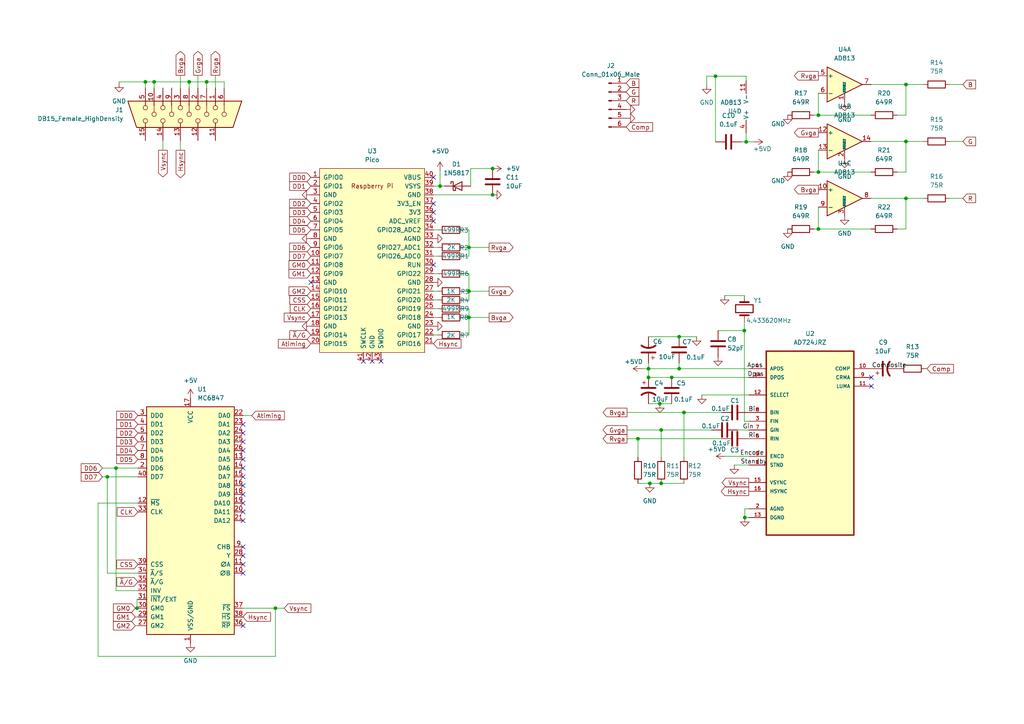
<source format=kicad_sch>
(kicad_sch (version 20211123) (generator eeschema)
  (paper "A4")
  (title_block (title "Dragon 32/64 VDG replacement using Raspberry Pi Pico") (date "2022-07-15") (rev "2") (company "Julian Brown") (comment 1 "Replaces MC6847 and associated modulator hardware") (comment 2 "Provides VGA, RGB and Composite video output"))
  (lib_symbols
    (symbol "6847P:MC6847" (pin_names (offset 1.016))
      (property "Reference" "U" (at -10.16 34.29 0))
      (property "Value" "MC6847" (at 12.7 34.29 0))
      (symbol "MC6847_0_1"
        (rectangle (start -12.7 -33.02) (end 12.7 33.02) (stroke (width 0.254)) (fill (type background)))
      )
      (symbol "MC6847_1_1"
        (pin power_in line (at 0 -35.56 90) (length 2.54) (name "VSS/GND") (number "1"))
        (pin output line (at 15.24 -15.24 180) (length 2.54) (name "∅B") (number "10"))
        (pin output line (at 15.24 -12.7 180) (length 2.54) (name "∅A") (number "11"))
        (pin input line (at -15.24 5.08 0) (length 2.54) (name "~{MS}") (number "12"))
        (pin output line (at 15.24 17.78 180) (length 2.54) (name "DA5") (number "13"))
        (pin output line (at 15.24 15.24 180) (length 2.54) (name "DA6") (number "14"))
        (pin output line (at 15.24 12.7 180) (length 2.54) (name "DA7") (number "15"))
        (pin output line (at 15.24 10.16 180) (length 2.54) (name "DA8") (number "16"))
        (pin power_in line (at 0 35.56 270) (length 2.54) (name "VCC") (number "17"))
        (pin output line (at 15.24 7.62 180) (length 2.54) (name "DA9") (number "18"))
        (pin output line (at 15.24 5.08 180) (length 2.54) (name "DA10") (number "19"))
        (pin bidirectional line (at -15.24 15.24 0) (length 2.54) (name "DD6") (number "2"))
        (pin output line (at 15.24 2.54 180) (length 2.54) (name "DA11") (number "20"))
        (pin output line (at 15.24 0 180) (length 2.54) (name "DA12") (number "21"))
        (pin output line (at 15.24 30.48 180) (length 2.54) (name "DA0") (number "22"))
        (pin output line (at 15.24 27.94 180) (length 2.54) (name "DA1") (number "23"))
        (pin output line (at 15.24 25.4 180) (length 2.54) (name "DA2") (number "24"))
        (pin output line (at 15.24 22.86 180) (length 2.54) (name "DA3") (number "25"))
        (pin output line (at 15.24 20.32 180) (length 2.54) (name "DA4") (number "26"))
        (pin input line (at -15.24 -30.48 0) (length 2.54) (name "GM2") (number "27"))
        (pin output line (at 15.24 -10.16 180) (length 2.54) (name "Y") (number "28"))
        (pin input line (at -15.24 -27.94 0) (length 2.54) (name "GM1") (number "29"))
        (pin bidirectional line (at -15.24 30.48 0) (length 2.54) (name "DD0") (number "3"))
        (pin input line (at -15.24 -25.4 0) (length 2.54) (name "GM0") (number "30"))
        (pin input line (at -15.24 -22.86 0) (length 2.54) (name "~{INT}/EXT") (number "31"))
        (pin input line (at -15.24 -20.32 0) (length 2.54) (name "INV") (number "32"))
        (pin input line (at -15.24 2.54 0) (length 2.54) (name "CLK") (number "33"))
        (pin input line (at -15.24 -15.24 0) (length 2.54) (name "~{A}/S") (number "34"))
        (pin input line (at -15.24 -17.78 0) (length 2.54) (name "~{A}/G") (number "35"))
        (pin output line (at 15.24 -30.48 180) (length 2.54) (name "~{RP}") (number "36"))
        (pin output line (at 15.24 -25.4 180) (length 2.54) (name "~{FS}") (number "37"))
        (pin output line (at 15.24 -27.94 180) (length 2.54) (name "~{HS}") (number "38"))
        (pin input line (at -15.24 -12.7 0) (length 2.54) (name "CSS") (number "39"))
        (pin bidirectional line (at -15.24 27.94 0) (length 2.54) (name "DD1") (number "4"))
        (pin bidirectional line (at -15.24 12.7 0) (length 2.54) (name "DD7") (number "40"))
        (pin bidirectional line (at -15.24 25.4 0) (length 2.54) (name "DD2") (number "5"))
        (pin bidirectional line (at -15.24 22.86 0) (length 2.54) (name "DD3") (number "6"))
        (pin bidirectional line (at -15.24 20.32 0) (length 2.54) (name "DD4") (number "7"))
        (pin bidirectional line (at -15.24 17.78 0) (length 2.54) (name "DD5") (number "8"))
        (pin output line (at 15.24 -7.62 180) (length 2.54) (name "CHB") (number "9"))
      )
    )
    (symbol "AD724JRZ:AD724JRZ" (pin_names (offset 1.016))
      (property "Reference" "U" (at -5.8166 25.4762 0))
      (property "Value" "AD724JRZ" (at -7.7724 -34.2138 0))
      (symbol "AD724JRZ_0_0"
        (rectangle (start -12.7 -30.48) (end 12.7 22.86) (stroke (width 0.4064)) (fill (type background)))
        (pin input line (at -17.78 -10.16 0) (length 5.08) (name "STND") (number "1"))
        (pin output line (at 17.78 17.78 180) (length 5.08) (name "COMP") (number "10"))
        (pin output line (at 17.78 12.7 180) (length 5.08) (name "LUMA") (number "11"))
        (pin input line (at -17.78 10.16 0) (length 5.08) (name "SELECT") (number "12"))
        (pin passive line (at -17.78 -25.4 0) (length 5.08) (name "DGND") (number "13"))
        (pin power_in line (at -17.78 15.24 0) (length 5.08) (name "DPOS") (number "14"))
        (pin input line (at -17.78 -15.24 0) (length 5.08) (name "VSYNC") (number "15"))
        (pin input line (at -17.78 -17.78 0) (length 5.08) (name "HSYNC") (number "16"))
        (pin passive line (at -17.78 -22.86 0) (length 5.08) (name "AGND") (number "2"))
        (pin input line (at -17.78 2.54 0) (length 5.08) (name "FIN") (number "3"))
        (pin power_in line (at -17.78 17.78 0) (length 5.08) (name "APOS") (number "4"))
        (pin input line (at -17.78 -7.62 0) (length 5.08) (name "ENCD") (number "5"))
        (pin input line (at -17.78 -2.54 0) (length 5.08) (name "RIN") (number "6"))
        (pin input line (at -17.78 0 0) (length 5.08) (name "GIN") (number "7"))
        (pin input line (at -17.78 5.08 0) (length 5.08) (name "BIN") (number "8"))
        (pin output line (at 17.78 15.24 180) (length 5.08) (name "CRMA") (number "9"))
      )
    )
    (symbol "Amplifier_Video:AD813" (pin_names (offset 0.127))
      (property "Reference" "U" (at 5.08 2.54 0))
      (property "Value" "AD813" (at 5.08 -2.54 0))
      (symbol "AD813_1_1"
        (polyline (pts (xy 5.08 0) (xy -5.08 5.08) (xy -5.08 -5.08) (xy 5.08 0)) (stroke (width 0.254)) (fill (type background)))
        (pin input line (at 0 -5.08 90) (length 2.54) (name "~{DISABLE}") (number "1"))
        (pin input line (at -7.62 2.54 0) (length 2.54) (name "+") (number "5"))
        (pin input line (at -7.62 -2.54 0) (length 2.54) (name "-") (number "6"))
        (pin output line (at 7.62 0 180) (length 2.54) (name "~") (number "7"))
      )
      (symbol "AD813_2_1"
        (polyline (pts (xy 5.08 0) (xy -5.08 5.08) (xy -5.08 -5.08) (xy 5.08 0)) (stroke (width 0.254)) (fill (type background)))
        (pin input line (at -7.62 2.54 0) (length 2.54) (name "+") (number "12"))
        (pin input line (at -7.62 -2.54 0) (length 2.54) (name "-") (number "13"))
        (pin output line (at 7.62 0 180) (length 2.54) (name "~") (number "14"))
        (pin input line (at 0 -5.08 90) (length 2.54) (name "~{DISABLE}") (number "2"))
      )
      (symbol "AD813_3_1"
        (polyline (pts (xy 5.08 0) (xy -5.08 5.08) (xy -5.08 -5.08) (xy 5.08 0)) (stroke (width 0.254)) (fill (type background)))
        (pin input line (at -7.62 2.54 0) (length 2.54) (name "+") (number "10"))
        (pin input line (at 0 -5.08 90) (length 2.54) (name "~{DISABLE}") (number "3"))
        (pin output line (at 7.62 0 180) (length 2.54) (name "~") (number "8"))
        (pin input line (at -7.62 -2.54 0) (length 2.54) (name "-") (number "9"))
      )
      (symbol "AD813_4_1"
        (pin power_in line (at -2.54 -7.62 90) (length 3.81) (name "V-") (number "11"))
        (pin power_in line (at -2.54 7.62 270) (length 3.81) (name "V+") (number "4"))
      )
    )
    (symbol "Connector:Conn_01x06_Male" (pin_names (offset 1.016) hide)
      (property "Reference" "J" (at 0 7.62 0))
      (property "Value" "Conn_01x06_Male" (at 0 -10.16 0))
      (symbol "Conn_01x06_Male_1_1"
        (polyline (pts (xy 1.27 -7.62) (xy 0.8636 -7.62)) (stroke (width 0.1524)))
        (polyline (pts (xy 1.27 -5.08) (xy 0.8636 -5.08)) (stroke (width 0.1524)))
        (polyline (pts (xy 1.27 -2.54) (xy 0.8636 -2.54)) (stroke (width 0.1524)))
        (polyline (pts (xy 1.27 0) (xy 0.8636 0)) (stroke (width 0.1524)))
        (polyline (pts (xy 1.27 2.54) (xy 0.8636 2.54)) (stroke (width 0.1524)))
        (polyline (pts (xy 1.27 5.08) (xy 0.8636 5.08)) (stroke (width 0.1524)))
        (rectangle (start 0.8636 -7.493) (end 0 -7.747) (stroke (width 0.1524)) (fill (type outline)))
        (rectangle (start 0.8636 -4.953) (end 0 -5.207) (stroke (width 0.1524)) (fill (type outline)))
        (rectangle (start 0.8636 -2.413) (end 0 -2.667) (stroke (width 0.1524)) (fill (type outline)))
        (rectangle (start 0.8636 0.127) (end 0 -0.127) (stroke (width 0.1524)) (fill (type outline)))
        (rectangle (start 0.8636 2.667) (end 0 2.413) (stroke (width 0.1524)) (fill (type outline)))
        (rectangle (start 0.8636 5.207) (end 0 4.953) (stroke (width 0.1524)) (fill (type outline)))
        (pin passive line (at 5.08 5.08 180) (length 3.81) (name "Pin_1") (number "1"))
        (pin passive line (at 5.08 2.54 180) (length 3.81) (name "Pin_2") (number "2"))
        (pin passive line (at 5.08 0 180) (length 3.81) (name "Pin_3") (number "3"))
        (pin passive line (at 5.08 -2.54 180) (length 3.81) (name "Pin_4") (number "4"))
        (pin passive line (at 5.08 -5.08 180) (length 3.81) (name "Pin_5") (number "5"))
        (pin passive line (at 5.08 -7.62 180) (length 3.81) (name "Pin_6") (number "6"))
      )
    )
    (symbol "Connector:DB15_Female_HighDensity" (pin_names (offset 1.016) hide)
      (property "Reference" "J" (at 0 21.59 0))
      (property "Value" "DB15_Female_HighDensity" (at 0 19.05 0))
      (symbol "DB15_Female_HighDensity_0_1"
        (circle (center -1.905 -10.16) (radius 0.635))
        (circle (center -1.905 -5.08) (radius 0.635))
        (circle (center -1.905 0) (radius 0.635))
        (circle (center -1.905 5.08) (radius 0.635))
        (circle (center -1.905 10.16) (radius 0.635))
        (circle (center 0 -7.62) (radius 0.635))
        (circle (center 0 -2.54) (radius 0.635))
        (polyline (pts (xy -3.175 7.62) (xy -0.635 7.62)))
        (polyline (pts (xy -0.635 -7.62) (xy -3.175 -7.62)))
        (polyline (pts (xy -0.635 -2.54) (xy -3.175 -2.54)))
        (polyline (pts (xy -0.635 2.54) (xy -3.175 2.54)))
        (polyline (pts (xy -0.635 12.7) (xy -3.175 12.7)))
        (polyline (pts (xy -3.81 17.78) (xy -3.81 -15.24) (xy 3.81 -12.7) (xy 3.81 15.24) (xy -3.81 17.78)) (stroke (width 0.254)) (fill (type background)))
        (circle (center 0 2.54) (radius 0.635))
        (circle (center 0 7.62) (radius 0.635))
        (circle (center 0 12.7) (radius 0.635))
        (circle (center 1.905 -10.16) (radius 0.635))
        (circle (center 1.905 -5.08) (radius 0.635))
        (circle (center 1.905 0) (radius 0.635))
        (circle (center 1.905 5.08) (radius 0.635))
        (circle (center 1.905 10.16) (radius 0.635))
      )
      (symbol "DB15_Female_HighDensity_1_1"
        (pin passive line (at -7.62 10.16 0) (length 5.08) (name "~") (number "1"))
        (pin passive line (at -7.62 -7.62 0) (length 5.08) (name "~") (number "10"))
        (pin passive line (at 7.62 10.16 180) (length 5.08) (name "~") (number "11"))
        (pin passive line (at 7.62 5.08 180) (length 5.08) (name "~") (number "12"))
        (pin passive line (at 7.62 0 180) (length 5.08) (name "~") (number "13"))
        (pin passive line (at 7.62 -5.08 180) (length 5.08) (name "~") (number "14"))
        (pin passive line (at 7.62 -10.16 180) (length 5.08) (name "~") (number "15"))
        (pin passive line (at -7.62 5.08 0) (length 5.08) (name "~") (number "2"))
        (pin passive line (at -7.62 0 0) (length 5.08) (name "~") (number "3"))
        (pin passive line (at -7.62 -5.08 0) (length 5.08) (name "~") (number "4"))
        (pin passive line (at -7.62 -10.16 0) (length 5.08) (name "~") (number "5"))
        (pin passive line (at -7.62 12.7 0) (length 5.08) (name "~") (number "6"))
        (pin passive line (at -7.62 7.62 0) (length 5.08) (name "~") (number "7"))
        (pin passive line (at -7.62 2.54 0) (length 5.08) (name "~") (number "8"))
        (pin passive line (at -7.62 -2.54 0) (length 5.08) (name "~") (number "9"))
      )
    )
    (symbol "Device:C" (pin_numbers hide) (pin_names (offset 0.254))
      (property "Reference" "C" (at 0.635 2.54 0))
      (property "Value" "C" (at 0.635 -2.54 0))
      (symbol "C_0_1"
        (polyline (pts (xy -2.032 -0.762) (xy 2.032 -0.762)) (stroke (width 0.508)))
        (polyline (pts (xy -2.032 0.762) (xy 2.032 0.762)) (stroke (width 0.508)))
      )
      (symbol "C_1_1"
        (pin passive line (at 0 3.81 270) (length 2.794) (name "~") (number "1"))
        (pin passive line (at 0 -3.81 90) (length 2.794) (name "~") (number "2"))
      )
    )
    (symbol "Device:C_Polarized_US" (pin_numbers hide) (pin_names (offset 0.254) hide)
      (property "Reference" "C" (at 0.635 2.54 0))
      (property "Value" "C_Polarized_US" (at 0.635 -2.54 0))
      (symbol "C_Polarized_US_0_1"
        (polyline (pts (xy -2.032 0.762) (xy 2.032 0.762)) (stroke (width 0.508)))
        (polyline (pts (xy -1.778 2.286) (xy -0.762 2.286)))
        (polyline (pts (xy -1.27 1.778) (xy -1.27 2.794)))
        (arc (start 2.032 -1.27) (mid 0 -0.5572) (end -2.032 -1.27) (stroke (width 0.508)))
      )
      (symbol "C_Polarized_US_1_1"
        (pin passive line (at 0 3.81 270) (length 2.794) (name "~") (number "1"))
        (pin passive line (at 0 -3.81 90) (length 3.302) (name "~") (number "2"))
      )
    )
    (symbol "Device:Crystal" (pin_numbers hide) (pin_names (offset 1.016) hide)
      (property "Reference" "Y" (at 0 3.81 0))
      (property "Value" "Crystal" (at 0 -3.81 0))
      (symbol "Crystal_0_1"
        (rectangle (start -1.143 2.54) (end 1.143 -2.54) (stroke (width 0.3048)))
        (polyline (pts (xy -2.54 0) (xy -1.905 0)))
        (polyline (pts (xy -1.905 -1.27) (xy -1.905 1.27)) (stroke (width 0.508)))
        (polyline (pts (xy 1.905 -1.27) (xy 1.905 1.27)) (stroke (width 0.508)))
        (polyline (pts (xy 2.54 0) (xy 1.905 0)))
      )
      (symbol "Crystal_1_1"
        (pin passive line (at -3.81 0 0) (length 1.27) (name "1") (number "1"))
        (pin passive line (at 3.81 0 180) (length 1.27) (name "2") (number "2"))
      )
    )
    (symbol "Device:R" (pin_numbers hide) (pin_names (offset 0))
      (property "Reference" "R" (at 2.032 0 90))
      (property "Value" "R" (at 0 0 90))
      (symbol "R_0_1"
        (rectangle (start -1.016 -2.54) (end 1.016 2.54) (stroke (width 0.254)))
      )
      (symbol "R_1_1"
        (pin passive line (at 0 3.81 270) (length 1.27) (name "~") (number "1"))
        (pin passive line (at 0 -3.81 90) (length 1.27) (name "~") (number "2"))
      )
    )
    (symbol "Diode:1N5817" (pin_numbers hide) (pin_names (offset 1.016) hide)
      (property "Reference" "D" (at 0 2.54 0))
      (property "Value" "1N5817" (at 0 -2.54 0))
      (symbol "1N5817_0_1"
        (polyline (pts (xy 1.27 0) (xy -1.27 0)))
        (polyline (pts (xy 1.27 1.27) (xy 1.27 -1.27) (xy -1.27 0) (xy 1.27 1.27)) (stroke (width 0.254)))
        (polyline (pts (xy -1.905 0.635) (xy -1.905 1.27) (xy -1.27 1.27) (xy -1.27 -1.27) (xy -0.635 -1.27) (xy -0.635 -0.635)) (stroke (width 0.254)))
      )
      (symbol "1N5817_1_1"
        (pin passive line (at -3.81 0 0) (length 2.54) (name "K") (number "1"))
        (pin passive line (at 3.81 0 180) (length 2.54) (name "A") (number "2"))
      )
    )
    (symbol "MCU_RaspberryPi_and_Boards:Pico" (pin_names (offset 1.016))
      (property "Reference" "U" (at -13.97 27.94 0))
      (property "Value" "Pico" (at 0 19.05 0))
      (symbol "Pico_0_0"
        (text "Raspberry Pi" (at 0 21.59 0) (effects (font (size 1.27 1.27))))
      )
      (symbol "Pico_0_1"
        (rectangle (start -15.24 26.67) (end 15.24 -26.67) (fill (type background)))
      )
      (symbol "Pico_1_1"
        (pin bidirectional line (at -17.78 24.13 0) (length 2.54) (name "GPIO0") (number "1"))
        (pin bidirectional line (at -17.78 1.27 0) (length 2.54) (name "GPIO7") (number "10"))
        (pin bidirectional line (at -17.78 -1.27 0) (length 2.54) (name "GPIO8") (number "11"))
        (pin bidirectional line (at -17.78 -3.81 0) (length 2.54) (name "GPIO9") (number "12"))
        (pin power_in line (at -17.78 -6.35 0) (length 2.54) (name "GND") (number "13"))
        (pin bidirectional line (at -17.78 -8.89 0) (length 2.54) (name "GPIO10") (number "14"))
        (pin bidirectional line (at -17.78 -11.43 0) (length 2.54) (name "GPIO11") (number "15"))
        (pin bidirectional line (at -17.78 -13.97 0) (length 2.54) (name "GPIO12") (number "16"))
        (pin bidirectional line (at -17.78 -16.51 0) (length 2.54) (name "GPIO13") (number "17"))
        (pin power_in line (at -17.78 -19.05 0) (length 2.54) (name "GND") (number "18"))
        (pin bidirectional line (at -17.78 -21.59 0) (length 2.54) (name "GPIO14") (number "19"))
        (pin bidirectional line (at -17.78 21.59 0) (length 2.54) (name "GPIO1") (number "2"))
        (pin bidirectional line (at -17.78 -24.13 0) (length 2.54) (name "GPIO15") (number "20"))
        (pin bidirectional line (at 17.78 -24.13 180) (length 2.54) (name "GPIO16") (number "21"))
        (pin bidirectional line (at 17.78 -21.59 180) (length 2.54) (name "GPIO17") (number "22"))
        (pin power_in line (at 17.78 -19.05 180) (length 2.54) (name "GND") (number "23"))
        (pin bidirectional line (at 17.78 -16.51 180) (length 2.54) (name "GPIO18") (number "24"))
        (pin bidirectional line (at 17.78 -13.97 180) (length 2.54) (name "GPIO19") (number "25"))
        (pin bidirectional line (at 17.78 -11.43 180) (length 2.54) (name "GPIO20") (number "26"))
        (pin bidirectional line (at 17.78 -8.89 180) (length 2.54) (name "GPIO21") (number "27"))
        (pin power_in line (at 17.78 -6.35 180) (length 2.54) (name "GND") (number "28"))
        (pin bidirectional line (at 17.78 -3.81 180) (length 2.54) (name "GPIO22") (number "29"))
        (pin power_in line (at -17.78 19.05 0) (length 2.54) (name "GND") (number "3"))
        (pin input line (at 17.78 -1.27 180) (length 2.54) (name "RUN") (number "30"))
        (pin bidirectional line (at 17.78 1.27 180) (length 2.54) (name "GPIO26_ADC0") (number "31"))
        (pin bidirectional line (at 17.78 3.81 180) (length 2.54) (name "GPIO27_ADC1") (number "32"))
        (pin power_in line (at 17.78 6.35 180) (length 2.54) (name "AGND") (number "33"))
        (pin bidirectional line (at 17.78 8.89 180) (length 2.54) (name "GPIO28_ADC2") (number "34"))
        (pin unspecified line (at 17.78 11.43 180) (length 2.54) (name "ADC_VREF") (number "35"))
        (pin unspecified line (at 17.78 13.97 180) (length 2.54) (name "3V3") (number "36"))
        (pin input line (at 17.78 16.51 180) (length 2.54) (name "3V3_EN") (number "37"))
        (pin bidirectional line (at 17.78 19.05 180) (length 2.54) (name "GND") (number "38"))
        (pin unspecified line (at 17.78 21.59 180) (length 2.54) (name "VSYS") (number "39"))
        (pin bidirectional line (at -17.78 16.51 0) (length 2.54) (name "GPIO2") (number "4"))
        (pin unspecified line (at 17.78 24.13 180) (length 2.54) (name "VBUS") (number "40"))
        (pin input line (at -2.54 -29.21 90) (length 2.54) (name "SWCLK") (number "41"))
        (pin power_in line (at 0 -29.21 90) (length 2.54) (name "GND") (number "42"))
        (pin bidirectional line (at 2.54 -29.21 90) (length 2.54) (name "SWDIO") (number "43"))
        (pin bidirectional line (at -17.78 13.97 0) (length 2.54) (name "GPIO3") (number "5"))
        (pin bidirectional line (at -17.78 11.43 0) (length 2.54) (name "GPIO4") (number "6"))
        (pin bidirectional line (at -17.78 8.89 0) (length 2.54) (name "GPIO5") (number "7"))
        (pin power_in line (at -17.78 6.35 0) (length 2.54) (name "GND") (number "8"))
        (pin bidirectional line (at -17.78 3.81 0) (length 2.54) (name "GPIO6") (number "9"))
      )
    )
    (symbol "power:+5V" (power) (pin_names (offset 0))
      (property "Value" "+5V" (at 0 3.556 0))
      (symbol "+5V_0_1"
        (polyline (pts (xy -0.762 1.27) (xy 0 2.54)))
        (polyline (pts (xy 0 0) (xy 0 2.54)))
        (polyline (pts (xy 0 2.54) (xy 0.762 1.27)))
      )
      (symbol "+5V_1_1"
        (pin power_in line (at 0 0 90) (length 0) hide (name "+5V") (number "1"))
      )
    )
    (symbol "power:+5VD" (power) (pin_names (offset 0))
      (property "Value" "+5VD" (at 0 3.556 0))
      (symbol "+5VD_0_1"
        (polyline (pts (xy -0.762 1.27) (xy 0 2.54)))
        (polyline (pts (xy 0 0) (xy 0 2.54)))
        (polyline (pts (xy 0 2.54) (xy 0.762 1.27)))
      )
      (symbol "+5VD_1_1"
        (pin power_in line (at 0 0 90) (length 0) hide (name "+5VD") (number "1"))
      )
    )
    (symbol "power:GND" (power) (pin_names (offset 0))
      (property "Value" "GND" (at 0 -3.81 0))
      (symbol "GND_0_1"
        (polyline (pts (xy 0 0) (xy 0 -1.27) (xy 1.27 -1.27) (xy 0 -2.54) (xy -1.27 -1.27) (xy 0 -1.27)))
      )
      (symbol "GND_1_1"
        (pin power_in line (at 0 0 270) (length 0) hide (name "GND") (number "1"))
      )
    )
  )
  (junction (at 142.875 48.895))
  (junction (at 42.164 23.749))
  (junction (at 44.704 23.749))
  (junction (at 127.635 53.975))
  (junction (at 262.763 57.531))
  (junction (at 188.087 106.934))
  (junction (at 262.763 41.021))
  (junction (at 196.977 97.663))
  (junction (at 191.389 117.094))
  (junction (at 237.363 33.401))
  (junction (at 185.039 127.254))
  (junction (at 216.408 41.148))
  (junction (at 39.751 176.403))
  (junction (at 31.115 138.303))
  (junction (at 79.883 176.403))
  (junction (at 136.017 84.455))
  (junction (at 136.017 71.755))
  (junction (at 215.9 95.885))
  (junction (at 262.763 24.511))
  (junction (at 142.875 56.515))
  (junction (at 237.363 49.911))
  (junction (at 33.655 135.763))
  (junction (at 191.77 140.208))
  (junction (at 188.087 109.474))
  (junction (at 207.518 22.098))
  (junction (at 191.77 124.714))
  (junction (at 198.374 119.634))
  (junction (at 194.818 109.474))
  (junction (at 136.017 92.075))
  (junction (at 54.864 23.749))
  (junction (at 196.977 106.934))
  (junction (at 237.363 66.421))
  (junction (at 216.027 150.114))
  (junction (at 59.944 23.749))
  (junction (at 188.468 140.208))
  (no_connect (at 252.73 109.474))
  (no_connect (at 252.73 112.014))
  (no_connect (at 70.485 133.223))
  (no_connect (at 70.485 135.763))
  (no_connect (at 70.485 130.683))
  (no_connect (at 70.485 140.843))
  (no_connect (at 70.485 125.603))
  (no_connect (at 70.485 123.063))
  (no_connect (at 70.485 128.143))
  (no_connect (at 70.485 151.003))
  (no_connect (at 70.485 145.923))
  (no_connect (at 70.485 148.463))
  (no_connect (at 70.485 138.303))
  (no_connect (at 70.485 143.383))
  (no_connect (at 105.41 104.775))
  (no_connect (at 107.95 104.775))
  (no_connect (at 110.49 104.775))
  (no_connect (at 70.485 181.483))
  (no_connect (at 70.485 161.163))
  (no_connect (at 70.485 158.623))
  (no_connect (at 70.485 166.243))
  (no_connect (at 70.485 163.703))
  (no_connect (at 90.17 81.915))
  (no_connect (at 125.73 59.055))
  (no_connect (at 125.73 61.595))
  (no_connect (at 125.73 64.135))
  (no_connect (at 125.73 51.435))
  (no_connect (at 125.73 76.835))
  (wire (pts (xy 196.977 97.663) (xy 202.057 97.663)))
  (wire (pts (xy 134.62 92.075) (xy 136.017 92.075)))
  (wire (pts (xy 252.73 106.934) (xy 252.984 106.934)))
  (wire (pts (xy 57.404 21.844) (xy 57.404 25.527)))
  (wire (pts (xy 39.751 173.863) (xy 39.751 176.403)))
  (wire (pts (xy 188.087 117.094) (xy 191.389 117.094)))
  (wire (pts (xy 134.62 86.995) (xy 136.017 86.995)))
  (wire (pts (xy 215.9 95.885) (xy 215.9 122.174)))
  (wire (pts (xy 28.448 190.373) (xy 79.883 190.373)))
  (wire (pts (xy 210.185 85.725) (xy 215.9 85.725)))
  (wire (pts (xy 136.525 48.895) (xy 142.875 48.895)))
  (wire (pts (xy 127 74.295) (xy 125.73 74.295)))
  (wire (pts (xy 262.763 57.531) (xy 267.843 57.531)))
  (wire (pts (xy 237.363 60.071) (xy 237.363 66.421)))
  (wire (pts (xy 31.115 138.303) (xy 40.005 138.303)))
  (wire (pts (xy 188.087 109.474) (xy 194.818 109.474)))
  (wire (pts (xy 217.17 122.174) (xy 215.9 122.174)))
  (wire (pts (xy 52.324 43.561) (xy 52.324 40.767)))
  (wire (pts (xy 186.182 106.934) (xy 188.087 106.934)))
  (wire (pts (xy 185.039 127.254) (xy 185.039 132.588)))
  (wire (pts (xy 191.77 124.714) (xy 191.77 132.588)))
  (wire (pts (xy 216.408 23.368) (xy 216.408 22.098)))
  (wire (pts (xy 70.485 176.403) (xy 79.883 176.403)))
  (wire (pts (xy 127 89.535) (xy 125.73 89.535)))
  (wire (pts (xy 262.763 41.021) (xy 267.843 41.021)))
  (wire (pts (xy 136.017 97.155) (xy 136.017 92.075)))
  (wire (pts (xy 262.763 24.511) (xy 267.843 24.511)))
  (wire (pts (xy 62.484 21.844) (xy 62.484 25.527)))
  (wire (pts (xy 237.363 66.421) (xy 252.603 66.421)))
  (wire (pts (xy 125.73 92.075) (xy 127 92.075)))
  (wire (pts (xy 194.818 109.474) (xy 217.17 109.474)))
  (wire (pts (xy 262.763 66.421) (xy 260.223 66.421)))
  (wire (pts (xy 216.027 147.574) (xy 216.027 150.114)))
  (wire (pts (xy 44.704 23.749) (xy 42.164 23.749)))
  (wire (pts (xy 237.363 43.561) (xy 237.363 49.911)))
  (wire (pts (xy 216.027 150.114) (xy 217.17 150.114)))
  (wire (pts (xy 79.883 190.373) (xy 79.883 176.403)))
  (wire (pts (xy 188.087 97.663) (xy 196.977 97.663)))
  (wire (pts (xy 28.448 145.923) (xy 28.448 190.373)))
  (wire (pts (xy 252.603 24.511) (xy 262.763 24.511)))
  (wire (pts (xy 203.581 114.554) (xy 217.17 114.554)))
  (wire (pts (xy 237.363 49.911) (xy 236.093 49.911)))
  (wire (pts (xy 40.005 173.863) (xy 39.751 173.863)))
  (wire (pts (xy 181.864 127.254) (xy 185.039 127.254)))
  (wire (pts (xy 198.374 119.634) (xy 198.374 132.588)))
  (wire (pts (xy 204.978 22.098) (xy 204.978 24.638)))
  (wire (pts (xy 39.751 176.403) (xy 39.243 176.403)))
  (wire (pts (xy 191.389 117.094) (xy 194.818 117.094)))
  (wire (pts (xy 198.374 119.634) (xy 209.296 119.634)))
  (wire (pts (xy 237.363 33.401) (xy 252.603 33.401)))
  (wire (pts (xy 196.977 106.934) (xy 217.17 106.934)))
  (wire (pts (xy 210.312 132.334) (xy 217.17 132.334)))
  (wire (pts (xy 31.115 166.243) (xy 40.005 166.243)))
  (wire (pts (xy 44.704 23.749) (xy 44.704 25.527)))
  (wire (pts (xy 142.875 56.515) (xy 125.73 56.515)))
  (wire (pts (xy 40.005 145.923) (xy 28.448 145.923)))
  (wire (pts (xy 216.408 22.098) (xy 207.518 22.098)))
  (wire (pts (xy 237.363 49.911) (xy 252.603 49.911)))
  (wire (pts (xy 34.544 24.13) (xy 34.544 23.749)))
  (wire (pts (xy 207.518 22.098) (xy 207.518 41.148)))
  (wire (pts (xy 196.977 105.283) (xy 196.977 106.934)))
  (wire (pts (xy 212.979 134.874) (xy 217.17 134.874)))
  (wire (pts (xy 39.243 181.483) (xy 40.005 181.483)))
  (wire (pts (xy 134.62 71.755) (xy 136.017 71.755)))
  (wire (pts (xy 185.039 140.208) (xy 188.468 140.208)))
  (wire (pts (xy 31.115 138.303) (xy 31.115 166.243)))
  (wire (pts (xy 54.864 25.527) (xy 54.864 23.749)))
  (wire (pts (xy 33.655 135.763) (xy 33.655 171.323)))
  (wire (pts (xy 134.62 84.455) (xy 136.017 84.455)))
  (wire (pts (xy 136.017 86.995) (xy 136.017 84.455)))
  (wire (pts (xy 127 86.995) (xy 125.73 86.995)))
  (wire (pts (xy 237.363 27.051) (xy 237.363 33.401)))
  (wire (pts (xy 134.62 89.535) (xy 136.017 89.535)))
  (wire (pts (xy 33.655 135.763) (xy 40.005 135.763)))
  (wire (pts (xy 262.763 33.401) (xy 262.763 24.511)))
  (wire (pts (xy 185.039 127.254) (xy 209.296 127.254)))
  (wire (pts (xy 52.324 21.844) (xy 52.324 25.527)))
  (wire (pts (xy 134.62 79.375) (xy 136.017 79.375)))
  (wire (pts (xy 127 97.155) (xy 125.73 97.155)))
  (wire (pts (xy 33.655 171.323) (xy 40.005 171.323)))
  (wire (pts (xy 125.73 84.455) (xy 127 84.455)))
  (wire (pts (xy 79.883 176.403) (xy 82.423 176.403)))
  (wire (pts (xy 181.864 124.714) (xy 191.77 124.714)))
  (wire (pts (xy 191.77 124.714) (xy 206.375 124.714)))
  (wire (pts (xy 136.017 66.675) (xy 136.017 71.755)))
  (wire (pts (xy 136.525 53.975) (xy 136.525 48.895)))
  (wire (pts (xy 29.718 138.303) (xy 31.115 138.303)))
  (wire (pts (xy 216.916 127.254) (xy 217.17 127.254)))
  (wire (pts (xy 275.463 24.511) (xy 279.273 24.511)))
  (wire (pts (xy 213.995 124.714) (xy 217.17 124.714)))
  (wire (pts (xy 136.017 79.375) (xy 136.017 84.455)))
  (wire (pts (xy 252.603 57.531) (xy 262.763 57.531)))
  (wire (pts (xy 191.77 140.208) (xy 198.374 140.208)))
  (wire (pts (xy 260.223 33.401) (xy 262.763 33.401)))
  (wire (pts (xy 39.243 178.943) (xy 40.005 178.943)))
  (wire (pts (xy 188.468 140.208) (xy 191.77 140.208)))
  (wire (pts (xy 208.28 95.885) (xy 215.9 95.885)))
  (wire (pts (xy 127.635 49.53) (xy 127.635 53.975)))
  (wire (pts (xy 181.864 119.634) (xy 198.374 119.634)))
  (wire (pts (xy 188.087 105.283) (xy 188.087 106.934)))
  (wire (pts (xy 136.017 71.755) (xy 141.859 71.755)))
  (wire (pts (xy 275.463 41.021) (xy 279.273 41.021)))
  (wire (pts (xy 260.223 49.911) (xy 262.763 49.911)))
  (wire (pts (xy 134.62 97.155) (xy 136.017 97.155)))
  (wire (pts (xy 34.544 23.749) (xy 42.164 23.749)))
  (wire (pts (xy 136.017 89.535) (xy 136.017 92.075)))
  (wire (pts (xy 236.093 66.421) (xy 237.363 66.421)))
  (wire (pts (xy 70.485 120.523) (xy 73.025 120.523)))
  (wire (pts (xy 29.718 135.763) (xy 33.655 135.763)))
  (wire (pts (xy 54.864 23.749) (xy 59.944 23.749)))
  (wire (pts (xy 216.408 38.608) (xy 216.408 41.148)))
  (wire (pts (xy 42.164 23.749) (xy 42.164 25.527)))
  (wire (pts (xy 128.905 53.975) (xy 127.635 53.975)))
  (wire (pts (xy 188.087 106.934) (xy 196.977 106.934)))
  (wire (pts (xy 215.9 93.345) (xy 215.9 95.885)))
  (wire (pts (xy 275.463 57.531) (xy 279.273 57.531)))
  (wire (pts (xy 125.73 71.755) (xy 127 71.755)))
  (wire (pts (xy 216.916 119.634) (xy 217.17 119.634)))
  (wire (pts (xy 260.604 106.934) (xy 260.858 106.934)))
  (wire (pts (xy 127.635 53.975) (xy 125.73 53.975)))
  (wire (pts (xy 134.62 66.675) (xy 136.017 66.675)))
  (wire (pts (xy 216.408 41.148) (xy 218.694 41.148)))
  (wire (pts (xy 188.087 106.934) (xy 188.087 109.474)))
  (wire (pts (xy 262.763 49.911) (xy 262.763 41.021)))
  (wire (pts (xy 136.017 84.455) (xy 141.859 84.455)))
  (wire (pts (xy 127 79.375) (xy 125.73 79.375)))
  (wire (pts (xy 252.603 41.021) (xy 262.763 41.021)))
  (wire (pts (xy 136.017 92.075) (xy 141.859 92.075)))
  (wire (pts (xy 127 66.675) (xy 125.73 66.675)))
  (wire (pts (xy 59.944 23.749) (xy 59.944 25.527)))
  (wire (pts (xy 136.017 74.295) (xy 136.017 71.755)))
  (wire (pts (xy 215.138 41.148) (xy 216.408 41.148)))
  (wire (pts (xy 65.024 23.749) (xy 59.944 23.749)))
  (wire (pts (xy 47.244 43.561) (xy 47.244 40.767)))
  (wire (pts (xy 268.478 106.934) (xy 268.859 106.934)))
  (wire (pts (xy 262.763 57.531) (xy 262.763 66.421)))
  (wire (pts (xy 65.024 25.527) (xy 65.024 23.749)))
  (wire (pts (xy 237.363 33.401) (xy 236.093 33.401)))
  (wire (pts (xy 207.518 22.098) (xy 204.978 22.098)))
  (wire (pts (xy 134.62 74.295) (xy 136.017 74.295)))
  (wire (pts (xy 54.864 23.749) (xy 44.704 23.749)))
  (wire (pts (xy 40.005 176.403) (xy 39.751 176.403)))
  (wire (pts (xy 217.17 147.574) (xy 216.027 147.574)))
  (label "Standby" (at 214.757 134.874 0))
  (label "Encode" (at 214.63 132.334 0))
  (label "Rin" (at 217.043 127.254 0))
  (label "Composite" (at 252.857 106.934 0))
  (label "Apos" (at 216.662 106.934 0))
  (label "Bin" (at 217.043 119.634 0))
  (label "Gin" (at 215.392 124.714 0))
  (label "Dpos" (at 216.789 109.474 0))
  (global_label "Atiming" (shape input) (at 90.17 99.695 180) (property "Intersheet References" "${INTERSHEET_REFS}" (effects hide)))
  (global_label "B" (shape input) (at 279.273 24.511 0) (property "Intersheet References" "${INTERSHEET_REFS}" (effects hide)))
  (global_label "DD7" (shape input) (at 90.17 74.295 180) (property "Intersheet References" "${INTERSHEET_REFS}" (effects hide)))
  (global_label "GM0" (shape input) (at 39.243 176.403 180) (property "Intersheet References" "${INTERSHEET_REFS}" (effects hide)))
  (global_label "DD5" (shape input) (at 90.17 66.675 180) (property "Intersheet References" "${INTERSHEET_REFS}" (effects hide)))
  (global_label "DD6" (shape input) (at 29.718 135.763 180) (property "Intersheet References" "${INTERSHEET_REFS}" (effects hide)))
  (global_label "DD1" (shape input) (at 90.17 53.975 180) (property "Intersheet References" "${INTERSHEET_REFS}" (effects hide)))
  (global_label "CSS" (shape input) (at 40.005 163.703 180) (property "Intersheet References" "${INTERSHEET_REFS}" (effects hide)))
  (global_label "GM1" (shape input) (at 39.243 178.943 180) (property "Intersheet References" "${INTERSHEET_REFS}" (effects hide)))
  (global_label "Vsync" (shape output) (at 47.244 43.561 270) (property "Intersheet References" "${INTERSHEET_REFS}" (effects hide)))
  (global_label "Comp" (shape input) (at 181.61 36.83 0) (property "Intersheet References" "${INTERSHEET_REFS}" (effects hide)))
  (global_label "Gvga" (shape output) (at 141.859 84.455 0) (property "Intersheet References" "${INTERSHEET_REFS}" (effects hide)))
  (global_label "Hsync" (shape input) (at 125.73 99.695 0) (property "Intersheet References" "${INTERSHEET_REFS}" (effects hide)))
  (global_label "Bvga" (shape output) (at 181.864 119.634 180) (property "Intersheet References" "${INTERSHEET_REFS}" (effects hide)))
  (global_label "Hsync" (shape output) (at 217.17 142.494 180) (property "Intersheet References" "${INTERSHEET_REFS}" (effects hide)))
  (global_label "DD1" (shape input) (at 40.005 123.063 180) (property "Intersheet References" "${INTERSHEET_REFS}" (effects hide)))
  (global_label "Gvga" (shape output) (at 181.864 124.714 180) (property "Intersheet References" "${INTERSHEET_REFS}" (effects hide)))
  (global_label "Rvga" (shape output) (at 181.864 127.254 180) (property "Intersheet References" "${INTERSHEET_REFS}" (effects hide)))
  (global_label "DD2" (shape input) (at 90.17 59.055 180) (property "Intersheet References" "${INTERSHEET_REFS}" (effects hide)))
  (global_label "GM2" (shape input) (at 39.243 181.483 180) (property "Intersheet References" "${INTERSHEET_REFS}" (effects hide)))
  (global_label "DD3" (shape input) (at 90.17 61.595 180) (property "Intersheet References" "${INTERSHEET_REFS}" (effects hide)))
  (global_label "DD5" (shape input) (at 40.005 133.223 180) (property "Intersheet References" "${INTERSHEET_REFS}" (effects hide)))
  (global_label "Atiming" (shape input) (at 73.025 120.523 0) (property "Intersheet References" "${INTERSHEET_REFS}" (effects hide)))
  (global_label "R" (shape input) (at 279.273 57.531 0) (property "Intersheet References" "${INTERSHEET_REFS}" (effects hide)))
  (global_label "CLK" (shape input) (at 90.17 89.535 180) (property "Intersheet References" "${INTERSHEET_REFS}" (effects hide)))
  (global_label "Bvga" (shape output) (at 237.363 54.991 180) (property "Intersheet References" "${INTERSHEET_REFS}" (effects hide)))
  (global_label "~{A}{slash}G" (shape input) (at 40.005 168.783 180) (property "Intersheet References" "${INTERSHEET_REFS}" (effects hide)))
  (global_label "G" (shape input) (at 181.61 26.67 0) (property "Intersheet References" "${INTERSHEET_REFS}" (effects hide)))
  (global_label "DD0" (shape input) (at 40.005 120.523 180) (property "Intersheet References" "${INTERSHEET_REFS}" (effects hide)))
  (global_label "GM2" (shape input) (at 90.17 84.455 180) (property "Intersheet References" "${INTERSHEET_REFS}" (effects hide)))
  (global_label "Rvga" (shape output) (at 141.859 71.755 0) (property "Intersheet References" "${INTERSHEET_REFS}" (effects hide)))
  (global_label "Vsync" (shape input) (at 90.17 92.075 180) (property "Intersheet References" "${INTERSHEET_REFS}" (effects hide)))
  (global_label "Hsync" (shape output) (at 52.324 43.561 270) (property "Intersheet References" "${INTERSHEET_REFS}" (effects hide)))
  (global_label "Gvga" (shape output) (at 57.404 21.844 90) (property "Intersheet References" "${INTERSHEET_REFS}" (effects hide)))
  (global_label "Bvga" (shape output) (at 141.859 92.075 0) (property "Intersheet References" "${INTERSHEET_REFS}" (effects hide)))
  (global_label "DD6" (shape input) (at 90.17 71.755 180) (property "Intersheet References" "${INTERSHEET_REFS}" (effects hide)))
  (global_label "G" (shape input) (at 279.273 41.021 0) (property "Intersheet References" "${INTERSHEET_REFS}" (effects hide)))
  (global_label "R" (shape input) (at 181.61 29.21 0) (property "Intersheet References" "${INTERSHEET_REFS}" (effects hide)))
  (global_label "DD3" (shape input) (at 40.005 128.143 180) (property "Intersheet References" "${INTERSHEET_REFS}" (effects hide)))
  (global_label "Hsync" (shape input) (at 70.485 178.943 0) (property "Intersheet References" "${INTERSHEET_REFS}" (effects hide)))
  (global_label "Comp" (shape input) (at 268.859 106.934 0) (property "Intersheet References" "${INTERSHEET_REFS}" (effects hide)))
  (global_label "~{A}{slash}G" (shape input) (at 90.17 97.155 180) (property "Intersheet References" "${INTERSHEET_REFS}" (effects hide)))
  (global_label "DD0" (shape input) (at 90.17 51.435 180) (property "Intersheet References" "${INTERSHEET_REFS}" (effects hide)))
  (global_label "CLK" (shape input) (at 40.005 148.463 180) (property "Intersheet References" "${INTERSHEET_REFS}" (effects hide)))
  (global_label "GM0" (shape input) (at 90.17 76.835 180) (property "Intersheet References" "${INTERSHEET_REFS}" (effects hide)))
  (global_label "Vsync" (shape output) (at 217.17 139.954 180) (property "Intersheet References" "${INTERSHEET_REFS}" (effects hide)))
  (global_label "Vsync" (shape input) (at 82.423 176.403 0) (property "Intersheet References" "${INTERSHEET_REFS}" (effects hide)))
  (global_label "DD7" (shape input) (at 29.718 138.303 180) (property "Intersheet References" "${INTERSHEET_REFS}" (effects hide)))
  (global_label "Bvga" (shape output) (at 52.324 21.844 90) (property "Intersheet References" "${INTERSHEET_REFS}" (effects hide)))
  (global_label "DD4" (shape input) (at 40.005 130.683 180) (property "Intersheet References" "${INTERSHEET_REFS}" (effects hide)))
  (global_label "Gvga" (shape output) (at 237.363 38.481 180) (property "Intersheet References" "${INTERSHEET_REFS}" (effects hide)))
  (global_label "DD4" (shape input) (at 90.17 64.135 180) (property "Intersheet References" "${INTERSHEET_REFS}" (effects hide)))
  (global_label "Rvga" (shape output) (at 62.484 21.844 90) (property "Intersheet References" "${INTERSHEET_REFS}" (effects hide)))
  (global_label "CSS" (shape input) (at 90.17 86.995 180) (property "Intersheet References" "${INTERSHEET_REFS}" (effects hide)))
  (global_label "Rvga" (shape output) (at 237.363 21.971 180) (property "Intersheet References" "${INTERSHEET_REFS}" (effects hide)))
  (global_label "B" (shape input) (at 181.61 24.13 0) (property "Intersheet References" "${INTERSHEET_REFS}" (effects hide)))
  (global_label "GM1" (shape input) (at 90.17 79.375 180) (property "Intersheet References" "${INTERSHEET_REFS}" (effects hide)))
  (global_label "DD2" (shape input) (at 40.005 125.603 180) (property "Intersheet References" "${INTERSHEET_REFS}" (effects hide)))
  (symbol (lib_id "6847P:MC6847") (at 55.245 151.003 0) (unit 1)
    (property "Reference" "U1" (at 57.2644 112.903 0) (effects (justify left)))
    (property "Value" "MC6847" (at 57.2644 115.443 0) (effects (justify left)))
    (property "Footprint" "Package_DIP:DIP-40_W15.24mm" (effects hide))
    (property "Datasheet" "http://www.datasheetcatalog.com/datasheets_pdf/M/C/6/8/MC6847.shtml" (effects hide))
  )
  (symbol (lib_id "Device:R") (at 232.283 49.911 90) (unit 1)
    (property "Reference" "R18" (at 232.283 43.561 90))
    (property "Value" "649R" (at 232.283 46.101 90))
    (property "Footprint" "Resistor_SMD:R_0805_2012Metric" (effects hide))
  )
  (symbol (lib_id "Device:R") (at 130.81 79.375 270) (unit 1)
    (property "Reference" "R6" (at 134.747 79.375 90))
    (property "Value" "499R" (at 130.937 79.375 90))
    (property "Footprint" "Resistor_SMD:R_0805_2012Metric" (effects hide))
  )
  (symbol (lib_id "Device:C") (at 196.977 101.473 0) (unit 1)
    (property "Reference" "C7" (at 197.866 99.187 0) (effects (justify left)))
    (property "Value" "0.1uF" (at 199.009 103.632 0) (effects (justify left)))
    (property "Footprint" "Capacitor_SMD:C_0805_2012Metric" (effects hide))
  )
  (symbol (lib_id "Device:R") (at 271.653 41.021 90) (unit 1)
    (property "Reference" "R15" (at 271.653 34.671 90))
    (property "Value" "75R" (at 271.653 37.211 90))
    (property "Footprint" "Resistor_SMD:R_0805_2012Metric" (effects hide))
  )
  (symbol (lib_id "Device:C") (at 211.328 41.148 270) (unit 1)
    (property "Reference" "C10" (at 211.328 33.528 90))
    (property "Value" "0.1uF" (at 211.328 36.068 90))
    (property "Footprint" "Capacitor_SMD:C_0805_2012Metric" (effects hide))
  )
  (symbol (lib_id "Amplifier_Video:AD813") (at 244.983 57.531 0) (unit 3)
    (property "Reference" "U4" (at 244.983 47.371 0))
    (property "Value" "AD813" (at 244.983 49.911 0))
    (property "Footprint" "Package_SO:SOIC-14_3.9x8.7mm_P1.27mm" (effects hide))
    (property "Datasheet" "https://www.analog.com/media/en/technical-documentation/data-sheets/AD813.pdf" (effects hide))
  )
  (symbol (lib_id "power:GND") (at 90.17 94.615 270) (unit 1)
    (property "Reference" "#PWR0110" (effects hide))
    (property "Value" "GND" (effects hide))
  )
  (symbol (lib_id "Device:R") (at 264.668 106.934 90) (unit 1)
    (property "Reference" "R13" (at 264.668 100.584 90))
    (property "Value" "75R" (at 264.668 103.124 90))
    (property "Footprint" "Resistor_SMD:R_0805_2012Metric" (effects hide))
  )
  (symbol (lib_id "Device:R") (at 232.283 33.401 90) (unit 1)
    (property "Reference" "R17" (at 232.283 27.051 90))
    (property "Value" "649R" (at 232.283 29.591 90))
    (property "Footprint" "Resistor_SMD:R_0805_2012Metric" (effects hide))
  )
  (symbol (lib_id "power:GND") (at 212.979 134.874 0) (unit 1)
    (property "Reference" "#PWR0101" (effects hide))
    (property "Value" "GND" (effects hide))
  )
  (symbol (lib_id "power:+5V") (at 55.245 115.443 0) (unit 1)
    (property "Reference" "#PWR0108" (effects hide))
    (property "Value" "+5V" (at 55.245 110.363 0))
  )
  (symbol (lib_id "power:+5V") (at 142.875 48.895 270) (unit 1)
    (property "Reference" "#PWR02" (effects hide))
    (property "Value" "+5V" (at 146.685 48.8949 90) (effects (justify left)))
  )
  (symbol (lib_id "power:GND") (at 125.73 69.215 90) (unit 1)
    (property "Reference" "#PWR0114" (effects hide))
    (property "Value" "GND" (effects hide))
  )
  (symbol (lib_id "Diode:1N5817") (at 132.715 53.975 0) (unit 1)
    (property "Reference" "D1" (at 132.3975 47.625 0))
    (property "Value" "1N5817" (at 132.3975 50.165 0))
    (property "Footprint" "Diode_SMD:D_SOD-523" (effects hide))
    (property "Datasheet" "http://www.vishay.com/docs/88525/1n5817.pdf" (effects hide))
  )
  (symbol (lib_id "Device:R") (at 130.81 84.455 270) (unit 1)
    (property "Reference" "R5" (at 134.874 84.582 90))
    (property "Value" "1K" (at 130.81 84.455 90))
    (property "Footprint" "Resistor_SMD:R_0805_2012Metric" (effects hide))
  )
  (symbol (lib_id "Device:R") (at 130.81 97.155 270) (unit 1)
    (property "Reference" "R7" (at 134.747 97.282 90))
    (property "Value" "2K" (at 130.81 97.282 90))
    (property "Footprint" "Resistor_SMD:R_0805_2012Metric" (effects hide))
  )
  (symbol (lib_id "Amplifier_Video:AD813") (at 213.868 30.988 180) (unit 4)
    (property "Reference" "U4" (at 215.138 32.2581 0) (effects (justify left)))
    (property "Value" "AD813" (at 215.138 29.7181 0) (effects (justify left)))
    (property "Footprint" "Package_SO:SOIC-14_3.9x8.7mm_P1.27mm" (effects hide))
    (property "Datasheet" "https://www.analog.com/media/en/technical-documentation/data-sheets/AD813.pdf" (effects hide))
  )
  (symbol (lib_id "Device:C") (at 194.818 113.284 180) (unit 1)
    (property "Reference" "C5" (at 196.215 111.125 0) (effects (justify right)))
    (property "Value" "0.1uF" (at 195.453 115.824 0) (effects (justify right)))
    (property "Footprint" "Capacitor_SMD:C_0805_2012Metric" (effects hide))
  )
  (symbol (lib_id "power:GND") (at 142.875 56.515 90) (unit 1)
    (property "Reference" "#PWR0115" (effects hide))
    (property "Value" "GND" (effects hide))
  )
  (symbol (lib_id "power:GND") (at 244.983 62.611 0) (unit 1)
    (property "Reference" "#PWR09" (effects hide))
    (property "Value" "GND" (at 244.983 67.691 0))
  )
  (symbol (lib_id "power:GND") (at 181.61 31.75 90) (unit 1)
    (property "Reference" "#PWR013" (effects hide))
    (property "Value" "GND" (effects hide))
  )
  (symbol (lib_id "AD724JRZ:AD724JRZ") (at 234.95 124.714 0) (unit 1)
    (property "Reference" "U2" (at 234.95 96.774 0))
    (property "Value" "AD724JRZ" (at 234.95 99.314 0))
    (property "Footprint" "AD724JRZ:SOIC127P1032X265-16N" (effects hide))
    (property "MPN" "AD724JRZ" (effects hide))
    (property "OC_NEWARK" "87H9975" (effects hide))
    (property "OC_FARNELL" "1661053" (effects hide))
    (property "SUPPLIER" "Analog Devices" (effects hide))
    (property "PACKAGE" "SOIC-16" (effects hide))
  )
  (symbol (lib_id "Device:R") (at 185.039 136.398 0) (unit 1)
    (property "Reference" "R10" (at 186.436 135.128 0) (effects (justify left)))
    (property "Value" "75R" (at 186.436 137.668 0) (effects (justify left)))
    (property "Footprint" "Resistor_SMD:R_0805_2012Metric" (effects hide))
  )
  (symbol (lib_id "Device:R") (at 256.413 33.401 90) (unit 1)
    (property "Reference" "R20" (at 256.413 27.051 90))
    (property "Value" "649R" (at 256.413 29.591 90))
    (property "Footprint" "Resistor_SMD:R_0805_2012Metric" (effects hide))
  )
  (symbol (lib_id "Device:R") (at 271.653 24.511 90) (unit 1)
    (property "Reference" "R14" (at 271.653 18.161 90))
    (property "Value" "75R" (at 271.653 20.701 90))
    (property "Footprint" "Resistor_SMD:R_0805_2012Metric" (effects hide))
  )
  (symbol (lib_id "Device:R") (at 130.81 66.675 270) (unit 1)
    (property "Reference" "R3" (at 134.62 66.802 90))
    (property "Value" "499R" (at 130.937 66.675 90))
    (property "Footprint" "Resistor_SMD:R_0805_2012Metric" (effects hide))
  )
  (symbol (lib_id "power:GND") (at 90.17 69.215 270) (unit 1)
    (property "Reference" "#PWR0111" (effects hide))
    (property "Value" "GND" (effects hide))
  )
  (symbol (lib_id "power:+5VD") (at 210.312 132.334 90) (unit 1)
    (property "Reference" "#PWR0106" (effects hide))
    (property "Value" "+5VD" (at 205.232 130.302 90) (effects (justify right)))
  )
  (symbol (lib_id "Device:C") (at 142.875 52.705 0) (unit 1)
    (property "Reference" "C11" (at 146.685 51.4349 0) (effects (justify left)))
    (property "Value" "10uF" (at 146.685 53.9749 0) (effects (justify left)))
    (property "Footprint" "Capacitor_SMD:C_0805_2012Metric" (effects hide))
  )
  (symbol (lib_id "Device:R") (at 256.413 49.911 90) (unit 1)
    (property "Reference" "R21" (at 256.413 43.561 90))
    (property "Value" "649R" (at 256.413 46.101 90))
    (property "Footprint" "Resistor_SMD:R_0805_2012Metric" (effects hide))
  )
  (symbol (lib_id "power:GND") (at 125.73 81.915 90) (unit 1)
    (property "Reference" "#PWR0113" (effects hide))
    (property "Value" "GND" (effects hide))
  )
  (symbol (lib_id "Amplifier_Video:AD813") (at 244.983 41.021 0) (unit 2)
    (property "Reference" "U4" (at 244.983 30.861 0))
    (property "Value" "AD813" (at 244.983 33.401 0))
    (property "Footprint" "Package_SO:SOIC-14_3.9x8.7mm_P1.27mm" (effects hide))
    (property "Datasheet" "https://www.analog.com/media/en/technical-documentation/data-sheets/AD813.pdf" (effects hide))
  )
  (symbol (lib_id "power:GND") (at 210.185 85.725 0) (unit 1)
    (property "Reference" "#PWR04" (effects hide))
    (property "Value" "GND" (effects hide))
  )
  (symbol (lib_id "power:GND") (at 202.057 97.663 0) (unit 1)
    (property "Reference" "#PWR03" (effects hide))
    (property "Value" "GND" (effects hide))
  )
  (symbol (lib_id "power:GND") (at 181.61 34.29 90) (unit 1)
    (property "Reference" "#PWR014" (effects hide))
    (property "Value" "GND" (effects hide))
  )
  (symbol (lib_id "Device:R") (at 130.81 89.535 270) (unit 1)
    (property "Reference" "R9" (at 134.747 89.535 90))
    (property "Value" "499R" (at 130.81 89.535 90))
    (property "Footprint" "Resistor_SMD:R_0805_2012Metric" (effects hide))
  )
  (symbol (lib_id "Device:C_Polarized_US") (at 256.794 106.934 90) (unit 1)
    (property "Reference" "C9" (at 256.159 99.314 90))
    (property "Value" "10uF" (at 256.159 101.854 90))
    (property "Footprint" "Capacitor_SMD:C_0805_2012Metric" (effects hide))
  )
  (symbol (lib_id "power:GND") (at 55.245 186.563 0) (unit 1)
    (property "Reference" "#PWR0107" (effects hide))
    (property "Value" "GND" (at 55.245 191.643 0))
  )
  (symbol (lib_id "power:GND") (at 228.473 33.401 0) (unit 1)
    (property "Reference" "#PWR010" (effects hide))
    (property "Value" "GND" (at 225.679 35.941 0))
  )
  (symbol (lib_id "power:GND") (at 90.17 56.515 270) (unit 1)
    (property "Reference" "#PWR0112" (effects hide))
    (property "Value" "GND" (effects hide))
  )
  (symbol (lib_id "power:+5VD") (at 186.182 106.934 90) (unit 1)
    (property "Reference" "#PWR0102" (effects hide))
    (property "Value" "+5VD" (at 181.102 104.902 90) (effects (justify right)))
  )
  (symbol (lib_id "power:GND") (at 244.983 29.591 0) (unit 1)
    (property "Reference" "#PWR07" (effects hide))
    (property "Value" "GND" (at 244.983 34.671 0))
  )
  (symbol (lib_id "Connector:Conn_01x06_Male") (at 176.53 29.21 0) (unit 1)
    (property "Reference" "J2" (at 177.165 19.05 0))
    (property "Value" "Conn_01x06_Male" (at 177.165 21.59 0))
    (property "Footprint" "Connector_PinHeader_2.54mm:PinHeader_1x06_P2.54mm_Vertical" (effects hide))
  )
  (symbol (lib_id "power:GND") (at 188.468 140.208 0) (unit 1)
    (property "Reference" "#PWR01" (effects hide))
    (property "Value" "GND" (at 188.468 145.288 0))
  )
  (symbol (lib_id "power:GND") (at 203.581 114.554 0) (unit 1)
    (property "Reference" "#PWR0105" (effects hide))
    (property "Value" "GND" (effects hide))
  )
  (symbol (lib_id "power:+5VD") (at 218.694 41.148 270) (unit 1)
    (property "Reference" "#PWR0118" (effects hide))
    (property "Value" "+5VD" (at 223.774 43.18 90) (effects (justify right)))
  )
  (symbol (lib_id "Device:R") (at 256.413 66.421 90) (unit 1)
    (property "Reference" "R22" (at 256.413 60.071 90))
    (property "Value" "649R" (at 256.413 62.611 90))
    (property "Footprint" "Resistor_SMD:R_0805_2012Metric" (effects hide))
  )
  (symbol (lib_id "power:GND") (at 228.473 49.911 0) (unit 1)
    (property "Reference" "#PWR011" (effects hide))
    (property "Value" "GND" (at 225.679 52.451 0))
  )
  (symbol (lib_id "Device:R") (at 191.77 136.398 0) (unit 1)
    (property "Reference" "R11" (at 193.167 135.128 0) (effects (justify left)))
    (property "Value" "75R" (at 193.167 137.668 0) (effects (justify left)))
    (property "Footprint" "Resistor_SMD:R_0805_2012Metric" (effects hide))
  )
  (symbol (lib_id "Device:Crystal") (at 215.9 89.535 270) (unit 1)
    (property "Reference" "Y1" (at 218.567 87.122 90) (effects (justify left)))
    (property "Value" "4.433620MHz" (at 216.408 92.964 90) (effects (justify left)))
    (property "Footprint" "Crystal:Crystal_SMD_0603-2Pin_6.0x3.5mm" (effects hide))
  )
  (symbol (lib_id "power:GND") (at 34.544 24.13 0) (unit 1)
    (property "Reference" "#PWR0109" (effects hide))
    (property "Value" "GND" (at 34.544 29.337 0))
  )
  (symbol (lib_id "power:GND") (at 244.983 46.101 0) (unit 1)
    (property "Reference" "#PWR08" (effects hide))
    (property "Value" "GND" (at 244.983 51.181 0))
  )
  (symbol (lib_id "power:+5VD") (at 127.635 49.53 0) (unit 1)
    (property "Reference" "#PWR0116" (effects hide))
    (property "Value" "+5VD" (at 127.635 43.815 0))
  )
  (symbol (lib_id "Amplifier_Video:AD813") (at 244.983 24.511 0) (unit 1)
    (property "Reference" "U4" (at 244.983 14.351 0))
    (property "Value" "AD813" (at 244.983 16.891 0))
    (property "Footprint" "Package_SO:SOIC-14_3.9x8.7mm_P1.27mm" (effects hide))
    (property "Datasheet" "https://www.analog.com/media/en/technical-documentation/data-sheets/AD813.pdf" (effects hide))
  )
  (symbol (lib_id "Device:C") (at 208.28 99.695 0) (unit 1)
    (property "Reference" "C8" (at 210.947 98.425 0) (effects (justify left)))
    (property "Value" "52pF" (at 210.947 100.965 0) (effects (justify left)))
    (property "Footprint" "Capacitor_SMD:C_0805_2012Metric" (effects hide))
  )
  (symbol (lib_id "Device:R") (at 130.81 92.075 270) (unit 1)
    (property "Reference" "R8" (at 134.62 92.075 90))
    (property "Value" "1K" (at 130.81 91.948 90))
    (property "Footprint" "Resistor_SMD:R_0805_2012Metric" (effects hide))
  )
  (symbol (lib_id "Device:R") (at 130.81 86.995 270) (unit 1)
    (property "Reference" "R4" (at 134.747 87.122 90))
    (property "Value" "2K" (at 130.81 86.995 90))
    (property "Footprint" "Resistor_SMD:R_0805_2012Metric" (effects hide))
  )
  (symbol (lib_id "power:GND") (at 216.027 150.114 0) (unit 1)
    (property "Reference" "#PWR0103" (effects hide))
    (property "Value" "GND" (effects hide))
  )
  (symbol (lib_id "Device:C") (at 210.185 124.714 270) (unit 1)
    (property "Reference" "C2" (at 208.915 121.412 90) (effects (justify left)))
    (property "Value" "0.1uF" (at 203.454 123.571 90) (effects (justify left)))
    (property "Footprint" "Capacitor_SMD:C_0805_2012Metric" (effects hide))
  )
  (symbol (lib_id "Device:R") (at 130.81 74.295 270) (unit 1)
    (property "Reference" "R1" (at 134.747 74.295 90))
    (property "Value" "499R" (at 130.81 74.295 90))
    (property "Footprint" "Resistor_SMD:R_0805_2012Metric" (effects hide))
  )
  (symbol (lib_id "Device:R") (at 271.653 57.531 90) (unit 1)
    (property "Reference" "R16" (at 271.653 51.181 90))
    (property "Value" "75R" (at 271.653 53.721 90))
    (property "Footprint" "Resistor_SMD:R_0805_2012Metric" (effects hide))
  )
  (symbol (lib_id "Device:C_Polarized_US") (at 188.087 101.473 180) (unit 1)
    (property "Reference" "C6" (at 189.357 99.06 0) (effects (justify right)))
    (property "Value" "10uF" (at 191.008 103.505 0) (effects (justify right)))
    (property "Footprint" "Capacitor_SMD:C_0805_2012Metric" (effects hide))
  )
  (symbol (lib_id "MCU_RaspberryPi_and_Boards:Pico") (at 107.95 75.565 0) (unit 1)
    (property "Reference" "U3" (at 107.95 43.815 0))
    (property "Value" "Pico" (at 107.95 46.355 0))
    (property "Footprint" "Package_DIP:DIP-40_W15.24mm" (effects hide))
  )
  (symbol (lib_id "power:GND") (at 204.978 24.638 0) (unit 1)
    (property "Reference" "#PWR06" (effects hide))
    (property "Value" "GND" (at 204.978 29.718 0))
  )
  (symbol (lib_id "Device:C") (at 213.106 119.634 270) (unit 1)
    (property "Reference" "C1" (at 211.836 116.205 90) (effects (justify left)))
    (property "Value" "0.1uF" (at 206.248 118.491 90) (effects (justify left)))
    (property "Footprint" "Capacitor_SMD:C_0805_2012Metric" (effects hide))
  )
  (symbol (lib_id "Device:C") (at 213.106 127.254 270) (unit 1)
    (property "Reference" "C3" (at 211.709 130.556 90) (effects (justify left)))
    (property "Value" "0.1uF" (at 206.502 128.524 90) (effects (justify left)))
    (property "Footprint" "Capacitor_SMD:C_0805_2012Metric" (effects hide))
  )
  (symbol (lib_id "Device:R") (at 130.81 71.755 270) (unit 1)
    (property "Reference" "R2" (at 134.62 71.882 90))
    (property "Value" "2K" (at 130.937 71.755 90))
    (property "Footprint" "Resistor_SMD:R_0805_2012Metric" (effects hide))
  )
  (symbol (lib_id "power:GND") (at 228.473 66.421 0) (unit 1)
    (property "Reference" "#PWR012" (effects hide))
    (property "Value" "GND" (at 228.473 71.501 0))
  )
  (symbol (lib_id "power:GND") (at 125.73 94.615 90) (unit 1)
    (property "Reference" "#PWR0117" (effects hide))
    (property "Value" "GND" (effects hide))
  )
  (symbol (lib_id "power:GND") (at 191.389 117.094 0) (unit 1)
    (property "Reference" "#PWR0104" (effects hide))
    (property "Value" "GND" (effects hide))
  )
  (symbol (lib_id "Device:R") (at 232.283 66.421 90) (unit 1)
    (property "Reference" "R19" (at 232.283 60.071 90))
    (property "Value" "649R" (at 232.283 62.611 90))
    (property "Footprint" "Resistor_SMD:R_0805_2012Metric" (effects hide))
  )
  (symbol (lib_id "Connector:DB15_Female_HighDensity") (at 52.324 33.147 270) (unit 1)
    (property "Reference" "J1" (at 35.814 31.8769 90) (effects (justify right)))
    (property "Value" "DB15_Female_HighDensity" (at 35.814 34.4169 90) (effects (justify right)))
    (property "Footprint" "Connector_Dsub:DSUB-15-HD_Female_Horizontal_P2.29x1.98mm_EdgePinOffset3.03mm_Housed_MountingHolesOffset4.94mm" (effects hide))
    (property "Datasheet" " ~" (effects hide))
  )
  (symbol (lib_id "Device:R") (at 198.374 136.398 0) (unit 1)
    (property "Reference" "R12" (at 199.517 135.128 0) (effects (justify left)))
    (property "Value" "75R" (at 199.517 137.668 0) (effects (justify left)))
    (property "Footprint" "Resistor_SMD:R_0805_2012Metric" (effects hide))
  )
  (symbol (lib_id "power:GND") (at 208.28 103.505 0) (unit 1)
    (property "Reference" "#PWR05" (effects hide))
    (property "Value" "GND" (effects hide))
  )
  (symbol (lib_id "Device:C_Polarized_US") (at 188.087 113.284 0) (unit 1)
    (property "Reference" "C4" (at 189.738 111.125 0) (effects (justify left)))
    (property "Value" "10uF" (at 189.103 115.824 0) (effects (justify left)))
    (property "Footprint" "Capacitor_SMD:C_0805_2012Metric" (effects hide))
  )
)
</source>
